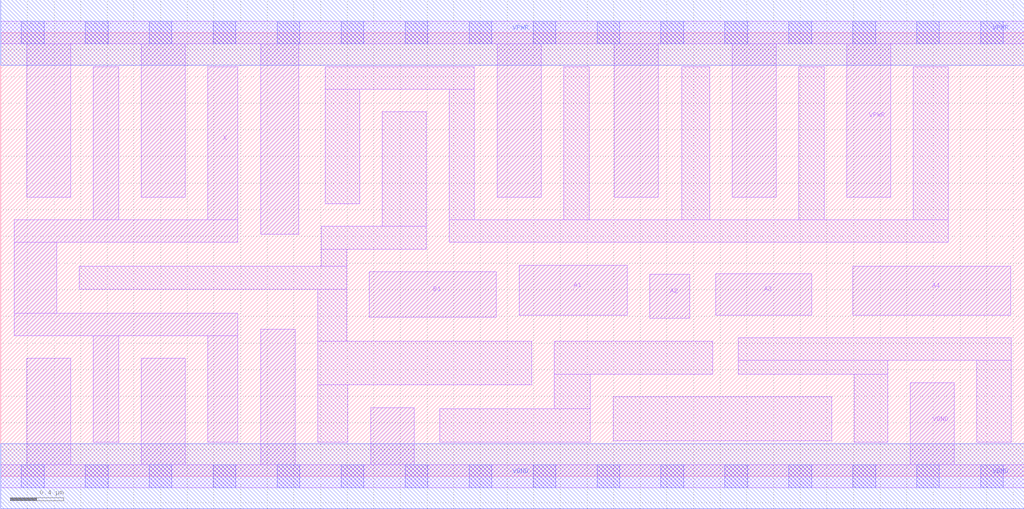
<source format=lef>
# Copyright 2020 The SkyWater PDK Authors
#
# Licensed under the Apache License, Version 2.0 (the "License");
# you may not use this file except in compliance with the License.
# You may obtain a copy of the License at
#
#     https://www.apache.org/licenses/LICENSE-2.0
#
# Unless required by applicable law or agreed to in writing, software
# distributed under the License is distributed on an "AS IS" BASIS,
# WITHOUT WARRANTIES OR CONDITIONS OF ANY KIND, either express or implied.
# See the License for the specific language governing permissions and
# limitations under the License.
#
# SPDX-License-Identifier: Apache-2.0

VERSION 5.7 ;
  NAMESCASESENSITIVE ON ;
  NOWIREEXTENSIONATPIN ON ;
  DIVIDERCHAR "/" ;
  BUSBITCHARS "[]" ;
UNITS
  DATABASE MICRONS 200 ;
END UNITS
MACRO sky130_fd_sc_lp__a41o_4
  CLASS CORE ;
  SOURCE USER ;
  FOREIGN sky130_fd_sc_lp__a41o_4 ;
  ORIGIN  0.000000  0.000000 ;
  SIZE  7.680000 BY  3.330000 ;
  SYMMETRY X Y R90 ;
  SITE unit ;
  PIN A1
    ANTENNAGATEAREA  0.630000 ;
    DIRECTION INPUT ;
    USE SIGNAL ;
    PORT
      LAYER li1 ;
        RECT 3.890000 1.210000 4.700000 1.585000 ;
    END
  END A1
  PIN A2
    ANTENNAGATEAREA  0.630000 ;
    DIRECTION INPUT ;
    USE SIGNAL ;
    PORT
      LAYER li1 ;
        RECT 4.870000 1.185000 5.170000 1.515000 ;
    END
  END A2
  PIN A3
    ANTENNAGATEAREA  0.630000 ;
    DIRECTION INPUT ;
    USE SIGNAL ;
    PORT
      LAYER li1 ;
        RECT 5.365000 1.210000 6.085000 1.520000 ;
    END
  END A3
  PIN A4
    ANTENNAGATEAREA  0.630000 ;
    DIRECTION INPUT ;
    USE SIGNAL ;
    PORT
      LAYER li1 ;
        RECT 6.395000 1.210000 7.580000 1.575000 ;
    END
  END A4
  PIN B1
    ANTENNAGATEAREA  0.630000 ;
    DIRECTION INPUT ;
    USE SIGNAL ;
    PORT
      LAYER li1 ;
        RECT 2.765000 1.195000 3.720000 1.535000 ;
    END
  END B1
  PIN X
    ANTENNADIFFAREA  1.176000 ;
    DIRECTION OUTPUT ;
    USE SIGNAL ;
    PORT
      LAYER li1 ;
        RECT 0.100000 1.055000 1.780000 1.225000 ;
        RECT 0.100000 1.225000 0.420000 1.755000 ;
        RECT 0.100000 1.755000 1.780000 1.925000 ;
        RECT 0.695000 0.255000 0.885000 1.055000 ;
        RECT 0.695000 1.925000 0.885000 3.075000 ;
        RECT 1.555000 0.255000 1.780000 1.055000 ;
        RECT 1.555000 1.925000 1.780000 3.075000 ;
    END
  END X
  PIN VGND
    DIRECTION INOUT ;
    USE GROUND ;
    PORT
      LAYER li1 ;
        RECT 0.000000 -0.085000 7.680000 0.085000 ;
        RECT 0.195000  0.085000 0.525000 0.885000 ;
        RECT 1.055000  0.085000 1.385000 0.885000 ;
        RECT 1.950000  0.085000 2.210000 1.105000 ;
        RECT 2.775000  0.085000 3.105000 0.515000 ;
        RECT 6.825000  0.085000 7.155000 0.700000 ;
      LAYER mcon ;
        RECT 0.155000 -0.085000 0.325000 0.085000 ;
        RECT 0.635000 -0.085000 0.805000 0.085000 ;
        RECT 1.115000 -0.085000 1.285000 0.085000 ;
        RECT 1.595000 -0.085000 1.765000 0.085000 ;
        RECT 2.075000 -0.085000 2.245000 0.085000 ;
        RECT 2.555000 -0.085000 2.725000 0.085000 ;
        RECT 3.035000 -0.085000 3.205000 0.085000 ;
        RECT 3.515000 -0.085000 3.685000 0.085000 ;
        RECT 3.995000 -0.085000 4.165000 0.085000 ;
        RECT 4.475000 -0.085000 4.645000 0.085000 ;
        RECT 4.955000 -0.085000 5.125000 0.085000 ;
        RECT 5.435000 -0.085000 5.605000 0.085000 ;
        RECT 5.915000 -0.085000 6.085000 0.085000 ;
        RECT 6.395000 -0.085000 6.565000 0.085000 ;
        RECT 6.875000 -0.085000 7.045000 0.085000 ;
        RECT 7.355000 -0.085000 7.525000 0.085000 ;
      LAYER met1 ;
        RECT 0.000000 -0.245000 7.680000 0.245000 ;
    END
  END VGND
  PIN VPWR
    DIRECTION INOUT ;
    USE POWER ;
    PORT
      LAYER li1 ;
        RECT 0.000000 3.245000 7.680000 3.415000 ;
        RECT 0.195000 2.095000 0.525000 3.245000 ;
        RECT 1.055000 2.095000 1.385000 3.245000 ;
        RECT 1.950000 1.815000 2.235000 3.245000 ;
        RECT 3.725000 2.095000 4.055000 3.245000 ;
        RECT 4.605000 2.095000 4.935000 3.245000 ;
        RECT 5.490000 2.095000 5.820000 3.245000 ;
        RECT 6.350000 2.095000 6.680000 3.245000 ;
      LAYER mcon ;
        RECT 0.155000 3.245000 0.325000 3.415000 ;
        RECT 0.635000 3.245000 0.805000 3.415000 ;
        RECT 1.115000 3.245000 1.285000 3.415000 ;
        RECT 1.595000 3.245000 1.765000 3.415000 ;
        RECT 2.075000 3.245000 2.245000 3.415000 ;
        RECT 2.555000 3.245000 2.725000 3.415000 ;
        RECT 3.035000 3.245000 3.205000 3.415000 ;
        RECT 3.515000 3.245000 3.685000 3.415000 ;
        RECT 3.995000 3.245000 4.165000 3.415000 ;
        RECT 4.475000 3.245000 4.645000 3.415000 ;
        RECT 4.955000 3.245000 5.125000 3.415000 ;
        RECT 5.435000 3.245000 5.605000 3.415000 ;
        RECT 5.915000 3.245000 6.085000 3.415000 ;
        RECT 6.395000 3.245000 6.565000 3.415000 ;
        RECT 6.875000 3.245000 7.045000 3.415000 ;
        RECT 7.355000 3.245000 7.525000 3.415000 ;
      LAYER met1 ;
        RECT 0.000000 3.085000 7.680000 3.575000 ;
    END
  END VPWR
  OBS
    LAYER li1 ;
      RECT 0.590000 1.405000 2.595000 1.575000 ;
      RECT 2.380000 0.255000 2.605000 0.685000 ;
      RECT 2.380000 0.685000 3.985000 1.015000 ;
      RECT 2.380000 1.015000 2.595000 1.405000 ;
      RECT 2.405000 1.575000 2.595000 1.705000 ;
      RECT 2.405000 1.705000 3.195000 1.875000 ;
      RECT 2.435000 2.045000 2.695000 2.905000 ;
      RECT 2.435000 2.905000 3.555000 3.075000 ;
      RECT 2.865000 1.875000 3.195000 2.735000 ;
      RECT 3.295000 0.255000 4.425000 0.505000 ;
      RECT 3.365000 1.755000 7.110000 1.925000 ;
      RECT 3.365000 1.925000 3.555000 2.905000 ;
      RECT 4.155000 0.505000 4.425000 0.765000 ;
      RECT 4.155000 0.765000 5.345000 1.015000 ;
      RECT 4.225000 1.925000 4.415000 3.075000 ;
      RECT 4.595000 0.265000 6.235000 0.595000 ;
      RECT 5.110000 1.925000 5.320000 3.075000 ;
      RECT 5.535000 0.765000 6.655000 0.870000 ;
      RECT 5.535000 0.870000 7.585000 1.040000 ;
      RECT 5.990000 1.925000 6.180000 3.075000 ;
      RECT 6.405000 0.255000 6.655000 0.765000 ;
      RECT 6.850000 1.925000 7.110000 3.075000 ;
      RECT 7.325000 0.255000 7.585000 0.870000 ;
  END
END sky130_fd_sc_lp__a41o_4

</source>
